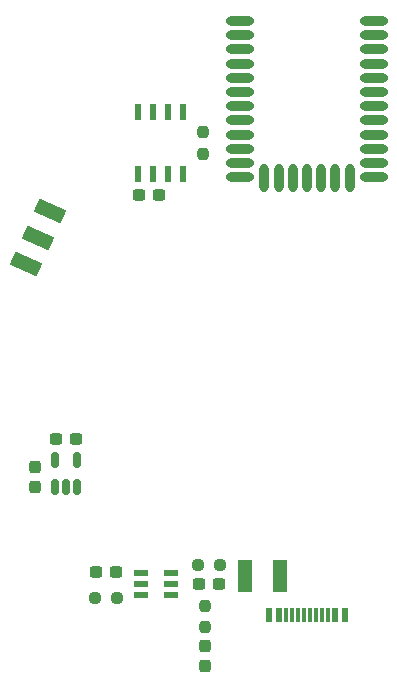
<source format=gbp>
%TF.GenerationSoftware,KiCad,Pcbnew,8.0.0*%
%TF.CreationDate,2024-03-12T16:19:55+01:00*%
%TF.ProjectId,BAT2024,42415432-3032-4342-9e6b-696361645f70,1.0*%
%TF.SameCoordinates,Original*%
%TF.FileFunction,Paste,Bot*%
%TF.FilePolarity,Positive*%
%FSLAX46Y46*%
G04 Gerber Fmt 4.6, Leading zero omitted, Abs format (unit mm)*
G04 Created by KiCad (PCBNEW 8.0.0) date 2024-03-12 16:19:55*
%MOMM*%
%LPD*%
G01*
G04 APERTURE LIST*
G04 Aperture macros list*
%AMRoundRect*
0 Rectangle with rounded corners*
0 $1 Rounding radius*
0 $2 $3 $4 $5 $6 $7 $8 $9 X,Y pos of 4 corners*
0 Add a 4 corners polygon primitive as box body*
4,1,4,$2,$3,$4,$5,$6,$7,$8,$9,$2,$3,0*
0 Add four circle primitives for the rounded corners*
1,1,$1+$1,$2,$3*
1,1,$1+$1,$4,$5*
1,1,$1+$1,$6,$7*
1,1,$1+$1,$8,$9*
0 Add four rect primitives between the rounded corners*
20,1,$1+$1,$2,$3,$4,$5,0*
20,1,$1+$1,$4,$5,$6,$7,0*
20,1,$1+$1,$6,$7,$8,$9,0*
20,1,$1+$1,$8,$9,$2,$3,0*%
%AMRotRect*
0 Rectangle, with rotation*
0 The origin of the aperture is its center*
0 $1 length*
0 $2 width*
0 $3 Rotation angle, in degrees counterclockwise*
0 Add horizontal line*
21,1,$1,$2,0,0,$3*%
G04 Aperture macros list end*
%ADD10RoundRect,0.150000X0.150000X-0.512500X0.150000X0.512500X-0.150000X0.512500X-0.150000X-0.512500X0*%
%ADD11RoundRect,0.237500X0.300000X0.237500X-0.300000X0.237500X-0.300000X-0.237500X0.300000X-0.237500X0*%
%ADD12RoundRect,0.237500X0.237500X-0.300000X0.237500X0.300000X-0.237500X0.300000X-0.237500X-0.300000X0*%
%ADD13RoundRect,0.237500X0.237500X-0.287500X0.237500X0.287500X-0.237500X0.287500X-0.237500X-0.287500X0*%
%ADD14RoundRect,0.237500X-0.250000X-0.237500X0.250000X-0.237500X0.250000X0.237500X-0.250000X0.237500X0*%
%ADD15O,2.400000X0.800000*%
%ADD16O,0.800000X2.400000*%
%ADD17RoundRect,0.237500X0.250000X0.237500X-0.250000X0.237500X-0.250000X-0.237500X0.250000X-0.237500X0*%
%ADD18RoundRect,0.237500X-0.300000X-0.237500X0.300000X-0.237500X0.300000X0.237500X-0.300000X0.237500X0*%
%ADD19RoundRect,0.237500X-0.237500X0.250000X-0.237500X-0.250000X0.237500X-0.250000X0.237500X0.250000X0*%
%ADD20RoundRect,0.040600X0.564400X0.249400X-0.564400X0.249400X-0.564400X-0.249400X0.564400X-0.249400X0*%
%ADD21RotRect,1.200000X2.500000X66.000000*%
%ADD22RoundRect,0.237500X0.237500X-0.250000X0.237500X0.250000X-0.237500X0.250000X-0.237500X-0.250000X0*%
%ADD23R,0.600000X1.325000*%
%ADD24R,1.180000X2.810000*%
%ADD25R,0.600000X1.150000*%
%ADD26R,0.300000X1.150000*%
G04 APERTURE END LIST*
D10*
%TO.C,U1*%
X94778000Y-68328000D03*
X93828000Y-68328000D03*
X92878000Y-68328000D03*
X92878000Y-66053000D03*
X94778000Y-66053000D03*
%TD*%
D11*
%TO.C,C8*%
X94690500Y-64328000D03*
X92965500Y-64328000D03*
%TD*%
%TO.C,C10*%
X101690500Y-43628000D03*
X99965500Y-43628000D03*
%TD*%
D12*
%TO.C,C7*%
X91228000Y-68390500D03*
X91228000Y-66665500D03*
%TD*%
D13*
%TO.C,D1*%
X105628000Y-83558000D03*
X105628000Y-81808000D03*
%TD*%
D14*
%TO.C,R4*%
X105015500Y-74978000D03*
X106840500Y-74978000D03*
%TD*%
D15*
%TO.C,IC1*%
X119878000Y-28928000D03*
X119878000Y-30128000D03*
X119878000Y-31328000D03*
X119878000Y-32528000D03*
X119878000Y-33728000D03*
X119878000Y-34928000D03*
X119878000Y-36128000D03*
X119878000Y-37328000D03*
X119878000Y-38528000D03*
X119878000Y-39728000D03*
X119878000Y-40928000D03*
X119878000Y-42128000D03*
D16*
X117828000Y-42228000D03*
X116628000Y-42228000D03*
X115428000Y-42228000D03*
X114228000Y-42228000D03*
X113028000Y-42228000D03*
X111828000Y-42228000D03*
X110628000Y-42228000D03*
D15*
X108578000Y-42128000D03*
X108578000Y-40928000D03*
X108578000Y-39728000D03*
X108578000Y-38528000D03*
X108578000Y-37328000D03*
X108578000Y-36128000D03*
X108578000Y-34928000D03*
X108578000Y-33728000D03*
X108578000Y-32528000D03*
X108578000Y-31328000D03*
X108578000Y-30128000D03*
X108578000Y-28928000D03*
%TD*%
D17*
%TO.C,R5*%
X98133000Y-77740500D03*
X96308000Y-77740500D03*
%TD*%
D18*
%TO.C,C6*%
X105065500Y-76590500D03*
X106790500Y-76590500D03*
%TD*%
D19*
%TO.C,R6*%
X105428000Y-38315500D03*
X105428000Y-40140500D03*
%TD*%
D20*
%TO.C,U2*%
X102683000Y-75628000D03*
X102683000Y-76578000D03*
X102683000Y-77528000D03*
X100173000Y-77528000D03*
X100173000Y-76578000D03*
X100173000Y-75628000D03*
%TD*%
D21*
%TO.C,S1*%
X90423407Y-49530389D03*
X91440250Y-47246526D03*
X92457092Y-44962662D03*
%TD*%
D22*
%TO.C,R3*%
X105628000Y-80240500D03*
X105628000Y-78415500D03*
%TD*%
D23*
%TO.C,IC2*%
X103733000Y-41840000D03*
X102463000Y-41840000D03*
X101193000Y-41840000D03*
X99923000Y-41840000D03*
X99923000Y-36616000D03*
X101193000Y-36616000D03*
X102463000Y-36616000D03*
X103733000Y-36616000D03*
%TD*%
D24*
%TO.C,F1*%
X111913000Y-75928000D03*
X108943000Y-75928000D03*
%TD*%
D11*
%TO.C,C5*%
X98083000Y-75540500D03*
X96358000Y-75540500D03*
%TD*%
D25*
%TO.C,J2*%
X117428000Y-79173000D03*
X116628000Y-79173000D03*
D26*
X115478000Y-79173000D03*
X114478000Y-79173000D03*
X113978000Y-79173000D03*
X112978000Y-79173000D03*
D25*
X111028000Y-79173000D03*
X111828000Y-79173000D03*
D26*
X112478000Y-79173000D03*
X113478000Y-79173000D03*
X114978000Y-79173000D03*
X115978000Y-79173000D03*
%TD*%
M02*

</source>
